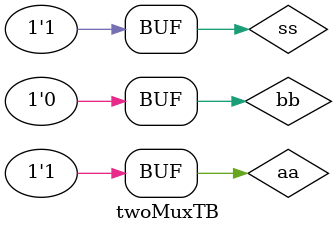
<source format=sv>
`timescale 1ns/1ns
module twoMuxTB();
reg aa,bb,ss;
wire ww;
twoOneMUX UUT1(.a(aa),.b(bb),.s(ss),.w(ww));
initial begin
#100 ss=0; aa=0; bb=0;
#100 ss=0; aa=0; bb=1;
#100 ss=0; aa=1; bb=1;
#100 ss=0; aa=1; bb=0;
#100 ss=1; aa=0; bb=0;
#100 ss=1; aa=0; bb=1;
#100 ss=1; aa=1; bb=1;
#100 ss=1; aa=1; bb=0;
end
endmodule

</source>
